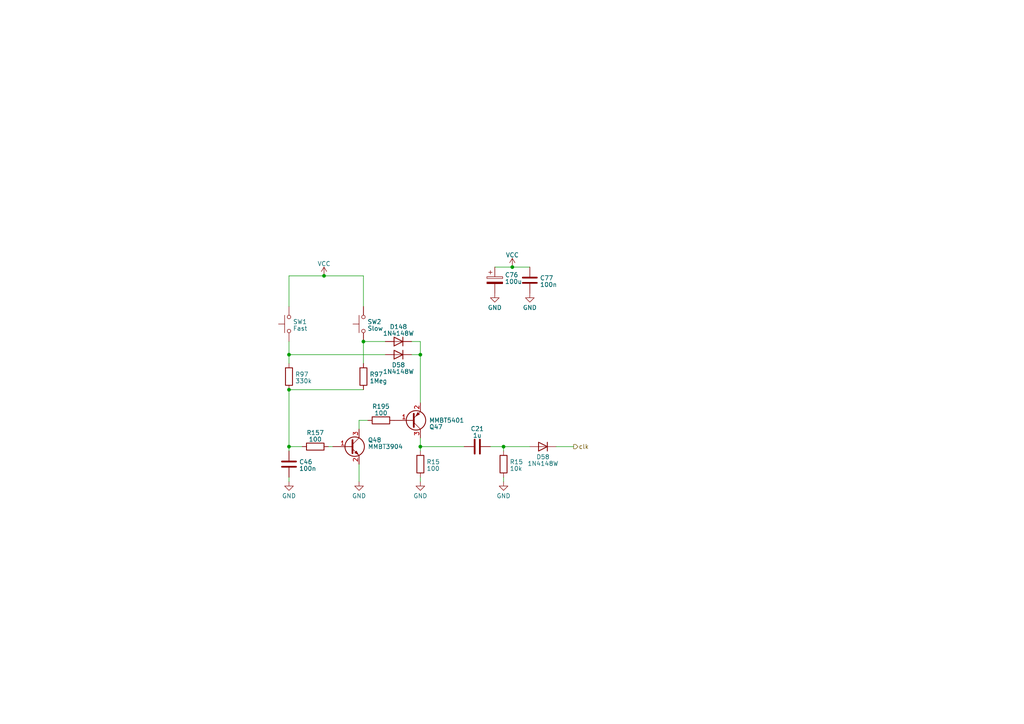
<source format=kicad_sch>
(kicad_sch (version 20230121) (generator eeschema)
  (paper "A4")
  (lib_symbols
    (symbol "Device:C" (pin_numbers hide) (pin_names (offset 0.254))
      (property "Reference" "C" (at 0.635 2.54 0))
      (property "Value" "C" (at 0.635 -2.54 0))
      (symbol "C_0_1"
        (polyline (pts (xy -2.032 -0.762) (xy 2.032 -0.762)) (stroke (width 0.508)))
        (polyline (pts (xy -2.032 0.762) (xy 2.032 0.762)) (stroke (width 0.508)))
      )
      (symbol "C_1_1"
        (pin passive line (at 0 3.81 270) (length 2.794) (name "~") (number "1"))
        (pin passive line (at 0 -3.81 90) (length 2.794) (name "~") (number "2"))
      )
    )
    (symbol "Device:C_Polarized" (pin_numbers hide) (pin_names (offset 0.254))
      (property "Reference" "C" (at 0.635 2.54 0))
      (property "Value" "C_Polarized" (at 0.635 -2.54 0))
      (symbol "C_Polarized_0_1"
        (rectangle (start -2.286 0.508) (end 2.286 1.016))
        (polyline (pts (xy -1.778 2.286) (xy -0.762 2.286)))
        (polyline (pts (xy -1.27 2.794) (xy -1.27 1.778)))
        (rectangle (start 2.286 -0.508) (end -2.286 -1.016) (fill (type outline)))
      )
      (symbol "C_Polarized_1_1"
        (pin passive line (at 0 3.81 270) (length 2.794) (name "~") (number "1"))
        (pin passive line (at 0 -3.81 90) (length 2.794) (name "~") (number "2"))
      )
    )
    (symbol "Device:D" (pin_numbers hide) (pin_names (offset 1.016) hide)
      (property "Reference" "D" (at 0 2.54 0))
      (property "Value" "D" (at 0 -2.54 0))
      (symbol "D_0_1"
        (polyline (pts (xy -1.27 1.27) (xy -1.27 -1.27)) (stroke (width 0.254)))
        (polyline (pts (xy 1.27 0) (xy -1.27 0)))
        (polyline (pts (xy 1.27 1.27) (xy 1.27 -1.27) (xy -1.27 0) (xy 1.27 1.27)) (stroke (width 0.254)))
      )
      (symbol "D_1_1"
        (pin passive line (at -3.81 0 0) (length 2.54) (name "K") (number "1"))
        (pin passive line (at 3.81 0 180) (length 2.54) (name "A") (number "2"))
      )
    )
    (symbol "Device:R" (pin_numbers hide) (pin_names (offset 0))
      (property "Reference" "R" (at 2.032 0 90))
      (property "Value" "R" (at 0 0 90))
      (symbol "R_0_1"
        (rectangle (start -1.016 -2.54) (end 1.016 2.54) (stroke (width 0.254)))
      )
      (symbol "R_1_1"
        (pin passive line (at 0 3.81 270) (length 1.27) (name "~") (number "1"))
        (pin passive line (at 0 -3.81 90) (length 1.27) (name "~") (number "2"))
      )
    )
    (symbol "Switch:SW_Push" (pin_numbers hide) (pin_names (offset 1.016) hide)
      (property "Reference" "SW" (at 1.27 2.54 0))
      (property "Value" "SW_Push" (at 0 -1.524 0))
      (symbol "SW_Push_0_1"
        (circle (center -2.032 0) (radius 0.508))
        (polyline (pts (xy 0 1.27) (xy 0 3.048)))
        (polyline (pts (xy 2.54 1.27) (xy -2.54 1.27)))
        (circle (center 2.032 0) (radius 0.508))
        (pin passive line (at -5.08 0 0) (length 2.54) (name "1") (number "1"))
        (pin passive line (at 5.08 0 180) (length 2.54) (name "2") (number "2"))
      )
    )
    (symbol "Transistor_BJT:MMBT3904" (pin_names (offset 0) hide)
      (property "Reference" "Q" (at 5.08 1.905 0))
      (property "Value" "MMBT3904" (at 5.08 0 0))
      (symbol "MMBT3904_0_1"
        (polyline (pts (xy 0.635 0.635) (xy 2.54 2.54)))
        (polyline (pts (xy 0.635 -0.635) (xy 2.54 -2.54) (xy 2.54 -2.54)))
        (polyline (pts (xy 0.635 1.905) (xy 0.635 -1.905) (xy 0.635 -1.905)) (stroke (width 0.508)))
        (polyline (pts (xy 1.27 -1.778) (xy 1.778 -1.27) (xy 2.286 -2.286) (xy 1.27 -1.778) (xy 1.27 -1.778)) (fill (type outline)))
        (circle (center 1.27 0) (radius 2.8194) (stroke (width 0.254)))
      )
      (symbol "MMBT3904_1_1"
        (pin input line (at -5.08 0 0) (length 5.715) (name "B") (number "1"))
        (pin passive line (at 2.54 -5.08 90) (length 2.54) (name "E") (number "2"))
        (pin passive line (at 2.54 5.08 270) (length 2.54) (name "C") (number "3"))
      )
    )
    (symbol "Transistor_BJT:MMBT3906" (pin_names (offset 0) hide)
      (property "Reference" "Q" (at 5.08 1.905 0))
      (property "Value" "MMBT3906" (at 5.08 0 0))
      (symbol "MMBT3906_0_1"
        (polyline (pts (xy 0.635 0.635) (xy 2.54 2.54)))
        (polyline (pts (xy 0.635 -0.635) (xy 2.54 -2.54) (xy 2.54 -2.54)))
        (polyline (pts (xy 0.635 1.905) (xy 0.635 -1.905) (xy 0.635 -1.905)) (stroke (width 0.508)))
        (polyline (pts (xy 2.286 -1.778) (xy 1.778 -2.286) (xy 1.27 -1.27) (xy 2.286 -1.778) (xy 2.286 -1.778)) (fill (type outline)))
        (circle (center 1.27 0) (radius 2.8194) (stroke (width 0.254)))
      )
      (symbol "MMBT3906_1_1"
        (pin input line (at -5.08 0 0) (length 5.715) (name "B") (number "1"))
        (pin passive line (at 2.54 -5.08 90) (length 2.54) (name "E") (number "2"))
        (pin passive line (at 2.54 5.08 270) (length 2.54) (name "C") (number "3"))
      )
    )
    (symbol "power:GND" (power) (pin_names (offset 0))
      (property "Value" "GND" (at 0 -3.81 0))
      (symbol "GND_0_1"
        (polyline (pts (xy 0 0) (xy 0 -1.27) (xy 1.27 -1.27) (xy 0 -2.54) (xy -1.27 -1.27) (xy 0 -1.27)))
      )
      (symbol "GND_1_1"
        (pin power_in line (at 0 0 270) (length 0) hide (name "GND") (number "1"))
      )
    )
    (symbol "power:VCC" (power) (pin_names (offset 0))
      (property "Value" "VCC" (at 0 3.81 0))
      (symbol "VCC_0_1"
        (polyline (pts (xy -0.762 1.27) (xy 0 2.54)))
        (polyline (pts (xy 0 0) (xy 0 2.54)))
        (polyline (pts (xy 0 2.54) (xy 0.762 1.27)))
      )
      (symbol "VCC_1_1"
        (pin power_in line (at 0 0 90) (length 0) hide (name "VCC") (number "1"))
      )
    )
  )
  (junction (at 83.82 102.87))
  (junction (at 121.92 102.87))
  (junction (at 146.05 129.54))
  (junction (at 93.98 80.01))
  (junction (at 105.41 99.06))
  (junction (at 83.82 113.03))
  (junction (at 121.92 129.54))
  (junction (at 148.59 77.47))
  (junction (at 83.82 129.54))
  (wire (pts (xy 146.05 138.43) (xy 146.05 139.7)))
  (wire (pts (xy 83.82 113.03) (xy 83.82 129.54)))
  (wire (pts (xy 105.41 99.06) (xy 111.76 99.06)))
  (wire (pts (xy 83.82 113.03) (xy 105.41 113.03)))
  (wire (pts (xy 87.63 129.54) (xy 83.82 129.54)))
  (wire (pts (xy 121.92 99.06) (xy 119.38 99.06)))
  (wire (pts (xy 121.92 99.06) (xy 121.92 102.87)))
  (wire (pts (xy 146.05 129.54) (xy 142.24 129.54)))
  (wire (pts (xy 121.92 116.84) (xy 121.92 102.87)))
  (wire (pts (xy 83.82 99.06) (xy 83.82 102.87)))
  (wire (pts (xy 121.92 138.43) (xy 121.92 139.7)))
  (wire (pts (xy 106.68 121.92) (xy 104.14 121.92)))
  (wire (pts (xy 121.92 129.54) (xy 121.92 127)))
  (wire (pts (xy 83.82 80.01) (xy 93.98 80.01)))
  (wire (pts (xy 83.82 102.87) (xy 111.76 102.87)))
  (wire (pts (xy 105.41 99.06) (xy 105.41 105.41)))
  (wire (pts (xy 83.82 88.9) (xy 83.82 80.01)))
  (wire (pts (xy 93.98 80.01) (xy 105.41 80.01)))
  (wire (pts (xy 148.59 77.47) (xy 153.67 77.47)))
  (wire (pts (xy 143.51 77.47) (xy 148.59 77.47)))
  (wire (pts (xy 83.82 138.43) (xy 83.82 139.7)))
  (wire (pts (xy 104.14 121.92) (xy 104.14 124.46)))
  (wire (pts (xy 121.92 129.54) (xy 134.62 129.54)))
  (wire (pts (xy 83.82 129.54) (xy 83.82 130.81)))
  (wire (pts (xy 105.41 80.01) (xy 105.41 88.9)))
  (wire (pts (xy 104.14 139.7) (xy 104.14 134.62)))
  (wire (pts (xy 146.05 130.81) (xy 146.05 129.54)))
  (wire (pts (xy 83.82 102.87) (xy 83.82 105.41)))
  (wire (pts (xy 121.92 130.81) (xy 121.92 129.54)))
  (wire (pts (xy 96.52 129.54) (xy 95.25 129.54)))
  (wire (pts (xy 153.67 129.54) (xy 146.05 129.54)))
  (wire (pts (xy 121.92 102.87) (xy 119.38 102.87)))
  (wire (pts (xy 166.37 129.54) (xy 161.29 129.54)))
  (hierarchical_label "clk" (shape output) (at 166.37 129.54 0))
  (symbol (lib_id "Device:R") (at 105.41 109.22 180) (unit 1)
    (property "Reference" "R97" (at 107.188 108.5763 0) (effects (justify right)))
    (property "Value" "1Meg" (at 107.188 110.4973 0) (effects (justify right)))
    (property "Footprint" "Resistor_SMD:R_0603_1608Metric" (effects hide))
    (instances (project "transistor_clock" (path "" (reference "R97") (unit 1)) (path "" (reference "R35") (unit 1)) (path "" (reference "R39") (unit 1)) (path "" (reference "R77") (unit 1)) (path "" (reference "R89") (unit 1)) (path "" (reference "R169") (unit 1)) (path "" (reference "R175") (unit 1)) (path "" (reference "R63") (unit 1)) (path "" (reference "R103") (unit 1)) (path "" (reference "R107") (unit 1)) (path "" (reference "R137") (unit 1)) (path "" (reference "R207") (unit 1)) (path "" (reference "R31") (unit 1)) (path "" (reference "R199") (unit 1)) (path "" (reference "R179") (unit 1)) (path "" (reference "R221") (unit 1)) (path "" (reference "R229") (unit 1)) (path "" (reference "R310") (unit 1)) (path "" (reference "R113") (unit 1)) (path "" (reference "R141") (unit 1)) (path "" (reference "R71") (unit 1)) (path "" (reference "R23") (unit 1)) (path "" (reference "R147") (unit 1)) (path "" (reference "R165") (unit 1)) (path "" (reference "R299") (unit 1)) (path "" (reference "R191") (unit 1)) (path "" (reference "R279") (unit 1)) (path "" (reference "R151") (unit 1)) (path "" (reference "R183") (unit 1)) (path "" (reference "R123") (unit 1)) (path "" (reference "R268") (unit 1)) (path "" (reference "R267") (unit 1)) (path "" (reference "R263") (unit 1)) (path "" (reference "R83") (unit 1)) (path "" (reference "R259") (unit 1)) (path "" (reference "R255") (unit 1)) (path "" (reference "R283") (unit 1)) (path "" (reference "R295") (unit 1)) (path "" (reference "R291") (unit 1)) (path "" (reference "R275") (unit 1)) (path "" (reference "R287") (unit 1)) (path "" (reference "R271") (unit 1)) (path "" (reference "R195") (unit 1)) (path "" (reference "R15") (unit 1)) (path "" (reference "R157") (unit 1)) (path "" (reference "R217") (unit 1)) (path "" (reference "R225") (unit 1)) (path "" (reference "R27") (unit 1))))
  )
  (symbol (lib_id "power:VCC") (at 93.98 80.01 0) (unit 1)
    (property "Reference" "#PWR022" (effects hide))
    (property "Value" "VCC" (at 93.98 76.5081 0))
    (instances (project "transistor_clock" (path "" (reference "#PWR022") (unit 1)) (path "" (reference "#PWR0114") (unit 1)) (path "" (reference "#PWR0133") (unit 1)) (path "" (reference "#PWR0164") (unit 1)) (path "" (reference "#PWR0191") (unit 1)) (path "" (reference "#PWR0202") (unit 1)) (path "" (reference "#PWR0214") (unit 1)) (path "" (reference "#PWR0243") (unit 1)) (path "" (reference "#PWR0268") (unit 1))))
  )
  (symbol (lib_id "power:GND") (at 83.82 139.7 0) (unit 1)
    (property "Reference" "#PWR0179" (effects hide))
    (property "Value" "GND" (at 83.82 143.8355 0))
    (instances (project "transistor_clock" (path "" (reference "#PWR0179") (unit 1)) (path "" (reference "#PWR0144") (unit 1)) (path "" (reference "#PWR0108") (unit 1)) (path "" (reference "#PWR0107") (unit 1)) (path "" (reference "#PWR0125") (unit 1)) (path "" (reference "#PWR0168") (unit 1)) (path "" (reference "#PWR0150") (unit 1)) (path "" (reference "#PWR0229") (unit 1)) (path "" (reference "#PWR0178") (unit 1)) (path "" (reference "#PWR0230") (unit 1)) (path "" (reference "#PWR0228") (unit 1)) (path "" (reference "#PWR023") (unit 1)) (path "" (reference "#PWR0187") (unit 1)) (path "" (reference "#PWR0227") (unit 1)) (path "" (reference "#PWR0231") (unit 1)) (path "" (reference "#PWR0232") (unit 1)) (path "" (reference "#PWR0233") (unit 1)) (path "" (reference "#PWR0234") (unit 1)) (path "" (reference "#PWR0235") (unit 1)) (path "" (reference "#PWR0224") (unit 1)) (path "" (reference "#PWR0225") (unit 1)) (path "" (reference "#PWR089") (unit 1)) (path "" (reference "#PWR0226") (unit 1)) (path "" (reference "#PWR0267") (unit 1)) (path "" (reference "#PWR0149") (unit 1)) (path "" (reference "#PWR074") (unit 1)) (path "" (reference "#PWR0166") (unit 1)) (path "" (reference "#PWR0197") (unit 1)) (path "" (reference "#PWR0161") (unit 1)) (path "" (reference "#PWR093") (unit 1)) (path "" (reference "#PWR085") (unit 1)) (path "" (reference "#PWR040") (unit 1)) (path "" (reference "#PWR039") (unit 1)) (path "" (reference "#PWR038") (unit 1)) (path "" (reference "#PWR037") (unit 1)) (path "" (reference "#PWR0199") (unit 1)) (path "" (reference "#PWR0154") (unit 1)) (path "" (reference "#PWR036") (unit 1)) (path "" (reference "#PWR081") (unit 1)) (path "" (reference "#PWR0145") (unit 1)) (path "" (reference "#PWR0112") (unit 1)) (path "" (reference "#PWR0244") (unit 1)) (path "" (reference "#PWR0200") (unit 1)) (path "" (reference "#PWR0198") (unit 1)) (path "" (reference "#PWR0167") (unit 1)) (path "" (reference "#PWR0162") (unit 1)) (path "" (reference "#PWR0180") (unit 1)) (path "" (reference "#PWR0103") (unit 1))))
  )
  (symbol (lib_id "power:GND") (at 121.92 139.7 0) (unit 1)
    (property "Reference" "#PWR0103" (effects hide))
    (property "Value" "GND" (at 121.92 143.8355 0))
    (instances (project "transistor_clock" (path "" (reference "#PWR0103") (unit 1)) (path "" (reference "#PWR040") (unit 1)) (path "" (reference "#PWR085") (unit 1)) (path "" (reference "#PWR093") (unit 1)) (path "" (reference "#PWR0197") (unit 1)) (path "" (reference "#PWR0166") (unit 1)) (path "" (reference "#PWR074") (unit 1)) (path "" (reference "#PWR0180") (unit 1)) (path "" (reference "#PWR0107") (unit 1)) (path "" (reference "#PWR0108") (unit 1)) (path "" (reference "#PWR0144") (unit 1)) (path "" (reference "#PWR0187") (unit 1)) (path "" (reference "#PWR039") (unit 1)) (path "" (reference "#PWR0154") (unit 1)) (path "" (reference "#PWR0162") (unit 1)) (path "" (reference "#PWR0167") (unit 1)) (path "" (reference "#PWR0198") (unit 1)) (path "" (reference "#PWR0200") (unit 1)) (path "" (reference "#PWR0244") (unit 1)) (path "" (reference "#PWR0112") (unit 1)) (path "" (reference "#PWR0145") (unit 1)) (path "" (reference "#PWR081") (unit 1)) (path "" (reference "#PWR036") (unit 1)) (path "" (reference "#PWR0149") (unit 1)) (path "" (reference "#PWR0224") (unit 1)) (path "" (reference "#PWR0178") (unit 1)) (path "" (reference "#PWR0228") (unit 1)) (path "" (reference "#PWR0229") (unit 1)) (path "" (reference "#PWR0150") (unit 1)) (path "" (reference "#PWR0168") (unit 1)) (path "" (reference "#PWR0125") (unit 1)) (path "" (reference "#PWR0231") (unit 1)) (path "" (reference "#PWR0270") (unit 1)) (path "" (reference "#PWR0226") (unit 1)) (path "" (reference "#PWR089") (unit 1)) (path "" (reference "#PWR0225") (unit 1)) (path "" (reference "#PWR0230") (unit 1)) (path "" (reference "#PWR0235") (unit 1)) (path "" (reference "#PWR0234") (unit 1)) (path "" (reference "#PWR0233") (unit 1)) (path "" (reference "#PWR0232") (unit 1)) (path "" (reference "#PWR0227") (unit 1)) (path "" (reference "#PWR0179") (unit 1)) (path "" (reference "#PWR023") (unit 1)) (path "" (reference "#PWR0161") (unit 1)) (path "" (reference "#PWR0199") (unit 1)) (path "" (reference "#PWR037") (unit 1)) (path "" (reference "#PWR038") (unit 1))))
  )
  (symbol (lib_id "Device:C") (at 153.67 81.28 180) (unit 1)
    (property "Reference" "C77" (at 156.591 80.6363 0) (effects (justify right)))
    (property "Value" "100n" (at 156.591 82.5573 0) (effects (justify right)))
    (property "Footprint" "Capacitor_SMD:C_0603_1608Metric" (effects hide))
    (instances (project "transistor_clock" (path "" (reference "C77") (unit 1)) (path "" (reference "C54") (unit 1)) (path "" (reference "C1") (unit 1)) (path "" (reference "C51") (unit 1)) (path "" (reference "C84") (unit 1)) (path "" (reference "C33") (unit 1)) (path "" (reference "C2") (unit 1)) (path "" (reference "C46") (unit 1))))
  )
  (symbol (lib_id "Device:C") (at 138.43 129.54 270) (unit 1)
    (property "Reference" "C21" (at 138.43 124.3711 90))
    (property "Value" "1u" (at 138.43 126.2921 90))
    (property "Footprint" "Capacitor_SMD:C_0603_1608Metric" (effects hide))
    (instances (project "transistor_clock" (path "" (reference "C21") (unit 1)) (path "" (reference "C9") (unit 1)) (path "" (reference "C15") (unit 1)) (path "" (reference "C17") (unit 1)) (path "" (reference "C45") (unit 1)) (path "" (reference "C39") (unit 1)) (path "" (reference "C13") (unit 1)) (path "" (reference "C34") (unit 1)) (path "" (reference "C22") (unit 1)) (path "" (reference "C23") (unit 1)) (path "" (reference "C32") (unit 1)) (path "" (reference "C48") (unit 1)) (path "" (reference "C8") (unit 1)) (path "" (reference "C5") (unit 1)) (path "" (reference "C37") (unit 1)) (path "" (reference "C36") (unit 1)) (path "" (reference "C38") (unit 1)) (path "" (reference "C40") (unit 1)) (path "" (reference "C50") (unit 1)) (path "" (reference "C52") (unit 1)) (path "" (reference "C71") (unit 1)) (path "" (reference "C24") (unit 1)) (path "" (reference "C33") (unit 1)) (path "" (reference "C14") (unit 1)) (path "" (reference "C66") (unit 1)) (path "" (reference "C41") (unit 1)) (path "" (reference "C60") (unit 1)) (path "" (reference "C35") (unit 1)) (path "" (reference "C1") (unit 1)) (path "" (reference "C47") (unit 1)) (path "" (reference "C28") (unit 1)) (path "" (reference "C82") (unit 1)) (path "" (reference "C16") (unit 1)) (path "" (reference "C57") (unit 1)) (path "" (reference "C56") (unit 1)) (path "" (reference "C67") (unit 1)) (path "" (reference "C61") (unit 1)) (path "" (reference "C65") (unit 1)) (path "" (reference "C64") (unit 1)) (path "" (reference "C63") (unit 1)) (path "" (reference "C59") (unit 1)) (path "" (reference "C62") (unit 1)) (path "" (reference "C58") (unit 1)) (path "" (reference "C46") (unit 1)) (path "" (reference "C49") (unit 1)) (path "" (reference "C51") (unit 1)) (path "" (reference "C6") (unit 1)) (path "" (reference "C7") (unit 1))))
  )
  (symbol (lib_id "Switch:SW_Push") (at 105.41 93.98 90) (unit 1)
    (property "Reference" "SW2" (at 106.553 93.3363 90) (effects (justify right)))
    (property "Value" "Slow" (at 106.553 95.2573 90) (effects (justify right)))
    (property "Footprint" "footprints:SW_PUSH_6mm_2pins" (effects hide))
    (property "Assembly" "False" (effects hide))
  )
  (symbol (lib_id "Device:R") (at 83.82 109.22 180) (unit 1)
    (property "Reference" "R97" (at 85.598 108.5763 0) (effects (justify right)))
    (property "Value" "330k" (at 85.598 110.4973 0) (effects (justify right)))
    (property "Footprint" "Resistor_SMD:R_0603_1608Metric" (effects hide))
    (instances (project "transistor_clock" (path "" (reference "R97") (unit 1)) (path "" (reference "R35") (unit 1)) (path "" (reference "R39") (unit 1)) (path "" (reference "R77") (unit 1)) (path "" (reference "R89") (unit 1)) (path "" (reference "R169") (unit 1)) (path "" (reference "R175") (unit 1)) (path "" (reference "R63") (unit 1)) (path "" (reference "R103") (unit 1)) (path "" (reference "R107") (unit 1)) (path "" (reference "R137") (unit 1)) (path "" (reference "R207") (unit 1)) (path "" (reference "R31") (unit 1)) (path "" (reference "R199") (unit 1)) (path "" (reference "R179") (unit 1)) (path "" (reference "R221") (unit 1)) (path "" (reference "R229") (unit 1)) (path "" (reference "R310") (unit 1)) (path "" (reference "R113") (unit 1)) (path "" (reference "R141") (unit 1)) (path "" (reference "R71") (unit 1)) (path "" (reference "R23") (unit 1)) (path "" (reference "R147") (unit 1)) (path "" (reference "R165") (unit 1)) (path "" (reference "R299") (unit 1)) (path "" (reference "R191") (unit 1)) (path "" (reference "R279") (unit 1)) (path "" (reference "R151") (unit 1)) (path "" (reference "R183") (unit 1)) (path "" (reference "R123") (unit 1)) (path "" (reference "R266") (unit 1)) (path "" (reference "R267") (unit 1)) (path "" (reference "R263") (unit 1)) (path "" (reference "R83") (unit 1)) (path "" (reference "R259") (unit 1)) (path "" (reference "R255") (unit 1)) (path "" (reference "R283") (unit 1)) (path "" (reference "R295") (unit 1)) (path "" (reference "R291") (unit 1)) (path "" (reference "R275") (unit 1)) (path "" (reference "R287") (unit 1)) (path "" (reference "R271") (unit 1)) (path "" (reference "R195") (unit 1)) (path "" (reference "R15") (unit 1)) (path "" (reference "R157") (unit 1)) (path "" (reference "R217") (unit 1)) (path "" (reference "R225") (unit 1)) (path "" (reference "R27") (unit 1))))
  )
  (symbol (lib_id "Device:D") (at 157.48 129.54 180) (unit 1)
    (property "Reference" "D58" (at 157.48 132.5325 0))
    (property "Value" "1N4148W" (at 157.48 134.4535 0))
    (property "Footprint" "Diode_SMD:D_SOD-123" (effects hide))
    (property "Sim.Device" "D" (effects hide))
    (property "Sim.Pins" "1=K 2=A" (effects hide))
    (property "Assembly" "True" (effects hide))
    (property "LCSC_PN" "C81598" (effects hide))
    (property "Price" "0.0061" (effects hide))
    (instances (project "transistor_clock" (path "" (reference "D58") (unit 1)) (path "" (reference "D132") (unit 1)) (path "" (reference "D136") (unit 1)) (path "" (reference "D269") (unit 1)) (path "" (reference "D264") (unit 1)) (path "" (reference "D127") (unit 1)) (path "" (reference "D258") (unit 1)) (path "" (reference "D141") (unit 1)) (path "" (reference "D142") (unit 1)) (path "" (reference "D252") (unit 1)) (path "" (reference "D281") (unit 1)) (path "" (reference "D139") (unit 1)) (path "" (reference "D62") (unit 1)) (path "" (reference "D261") (unit 1)) (path "" (reference "D262") (unit 1)) (path "" (reference "D265") (unit 1)) (path "" (reference "D286") (unit 1)) (path "" (reference "D288") (unit 1)) (path "" (reference "D312") (unit 1)) (path "" (reference "D144") (unit 1)) (path "" (reference "D253") (unit 1)) (path "" (reference "D130") (unit 1)) (path "" (reference "D255") (unit 1)) (path "" (reference "D303") (unit 1)) (path "" (reference "D305") (unit 1)) (path "" (reference "D266") (unit 1)) (path "" (reference "D298") (unit 1)) (path "" (reference "D256") (unit 1)) (path "" (reference "D22") (unit 1)) (path "" (reference "D278") (unit 1)) (path "" (reference "D299") (unit 1)) (path "" (reference "D134") (unit 1)) (path "" (reference "D297") (unit 1)) (path "" (reference "D296") (unit 1)) (path "" (reference "D307") (unit 1)) (path "" (reference "D306") (unit 1)) (path "" (reference "D301") (unit 1)) (path "" (reference "D304") (unit 1)) (path "" (reference "D303") (unit 1)) (path "" (reference "D302") (unit 1)) (path "" (reference "D300") (unit 1)) (path "" (reference "D277") (unit 1)) (path "" (reference "D148") (unit 1)) (path "" (reference "D285") (unit 1)) (path "" (reference "D287") (unit 1)) (path "" (reference "D59") (unit 1)) (path "" (reference "D60") (unit 1)) (path "" (reference "D61") (unit 1))))
  )
  (symbol (lib_id "Device:R") (at 91.44 129.54 90) (unit 1)
    (property "Reference" "R157" (at 91.44 125.5141 90))
    (property "Value" "100" (at 91.44 127.4351 90))
    (property "Footprint" "Resistor_SMD:R_0603_1608Metric" (effects hide))
    (instances (project "transistor_clock" (path "" (reference "R157") (unit 1)) (path "" (reference "R39") (unit 1)) (path "" (reference "R77") (unit 1)) (path "" (reference "R89") (unit 1)) (path "" (reference "R175") (unit 1)) (path "" (reference "R63") (unit 1)) (path "" (reference "R103") (unit 1)) (path "" (reference "R107") (unit 1)) (path "" (reference "R137") (unit 1)) (path "" (reference "R207") (unit 1)) (path "" (reference "R97") (unit 1)) (path "" (reference "R199") (unit 1)) (path "" (reference "R35") (unit 1)) (path "" (reference "R169") (unit 1)) (path "" (reference "R179") (unit 1)) (path "" (reference "R221") (unit 1)) (path "" (reference "R229") (unit 1)) (path "" (reference "R310") (unit 1)) (path "" (reference "R113") (unit 1)) (path "" (reference "R141") (unit 1)) (path "" (reference "R71") (unit 1)) (path "" (reference "R23") (unit 1)) (path "" (reference "R147") (unit 1)) (path "" (reference "R165") (unit 1)) (path "" (reference "R259") (unit 1)) (path "" (reference "R191") (unit 1)) (path "" (reference "R275") (unit 1)) (path "" (reference "R279") (unit 1)) (path "" (reference "R151") (unit 1)) (path "" (reference "R183") (unit 1)) (path "" (reference "R123") (unit 1)) (path "" (reference "R287") (unit 1)) (path "" (reference "R267") (unit 1)) (path "" (reference "R267") (unit 1)) (path "" (reference "R263") (unit 1)) (path "" (reference "R83") (unit 1)) (path "" (reference "R283") (unit 1)) (path "" (reference "R255") (unit 1)) (path "" (reference "R299") (unit 1)) (path "" (reference "R295") (unit 1)) (path "" (reference "R291") (unit 1)) (path "" (reference "R271") (unit 1)) (path "" (reference "R195") (unit 1)) (path "" (reference "R15") (unit 1)) (path "" (reference "R217") (unit 1)) (path "" (reference "R225") (unit 1)) (path "" (reference "R27") (unit 1)) (path "" (reference "R31") (unit 1))))
  )
  (symbol (lib_id "Device:C") (at 83.82 134.62 180) (unit 1)
    (property "Reference" "C46" (at 86.741 133.9763 0) (effects (justify right)))
    (property "Value" "100n" (at 86.741 135.8973 0) (effects (justify right)))
    (property "Footprint" "Capacitor_SMD:C_0603_1608Metric" (effects hide))
    (instances (project "transistor_clock" (path "" (reference "C46") (unit 1)) (path "" (reference "C32") (unit 1)) (path "" (reference "C23") (unit 1)) (path "" (reference "C22") (unit 1)) (path "" (reference "C47") (unit 1)) (path "" (reference "C1") (unit 1)) (path "" (reference "C35") (unit 1)) (path "" (reference "C60") (unit 1)) (path "" (reference "C28") (unit 1)) (path "" (reference "C41") (unit 1)) (path "" (reference "C61") (unit 1)) (path "" (reference "C59") (unit 1)) (path "" (reference "C48") (unit 1)) (path "" (reference "C58") (unit 1)) (path "" (reference "C62") (unit 1)) (path "" (reference "C63") (unit 1)) (path "" (reference "C64") (unit 1)) (path "" (reference "C65") (unit 1)) (path "" (reference "C66") (unit 1)) (path "" (reference "C67") (unit 1)) (path "" (reference "C56") (unit 1)) (path "" (reference "C57") (unit 1)) (path "" (reference "C16") (unit 1)) (path "" (reference "C81") (unit 1)) (path "" (reference "C37") (unit 1)) (path "" (reference "C39") (unit 1)) (path "" (reference "C45") (unit 1)) (path "" (reference "C34") (unit 1)) (path "" (reference "C17") (unit 1)) (path "" (reference "C15") (unit 1)) (path "" (reference "C9") (unit 1)) (path "" (reference "C8") (unit 1)) (path "" (reference "C7") (unit 1)) (path "" (reference "C6") (unit 1)) (path "" (reference "C51") (unit 1)) (path "" (reference "C49") (unit 1)) (path "" (reference "C13") (unit 1)) (path "" (reference "C14") (unit 1)) (path "" (reference "C33") (unit 1)) (path "" (reference "C24") (unit 1)) (path "" (reference "C71") (unit 1)) (path "" (reference "C52") (unit 1)) (path "" (reference "C50") (unit 1)) (path "" (reference "C40") (unit 1)) (path "" (reference "C38") (unit 1)) (path "" (reference "C36") (unit 1)) (path "" (reference "C5") (unit 1)) (path "" (reference "C21") (unit 1))))
  )
  (symbol (lib_id "power:GND") (at 146.05 139.7 0) (unit 1)
    (property "Reference" "#PWR0103" (effects hide))
    (property "Value" "GND" (at 146.05 143.8355 0))
    (instances (project "transistor_clock" (path "" (reference "#PWR0103") (unit 1)) (path "" (reference "#PWR040") (unit 1)) (path "" (reference "#PWR085") (unit 1)) (path "" (reference "#PWR093") (unit 1)) (path "" (reference "#PWR0197") (unit 1)) (path "" (reference "#PWR0166") (unit 1)) (path "" (reference "#PWR074") (unit 1)) (path "" (reference "#PWR0180") (unit 1)) (path "" (reference "#PWR0107") (unit 1)) (path "" (reference "#PWR0108") (unit 1)) (path "" (reference "#PWR0144") (unit 1)) (path "" (reference "#PWR0187") (unit 1)) (path "" (reference "#PWR039") (unit 1)) (path "" (reference "#PWR0154") (unit 1)) (path "" (reference "#PWR0162") (unit 1)) (path "" (reference "#PWR0167") (unit 1)) (path "" (reference "#PWR0198") (unit 1)) (path "" (reference "#PWR0200") (unit 1)) (path "" (reference "#PWR0244") (unit 1)) (path "" (reference "#PWR0112") (unit 1)) (path "" (reference "#PWR0145") (unit 1)) (path "" (reference "#PWR081") (unit 1)) (path "" (reference "#PWR036") (unit 1)) (path "" (reference "#PWR0149") (unit 1)) (path "" (reference "#PWR0224") (unit 1)) (path "" (reference "#PWR0178") (unit 1)) (path "" (reference "#PWR0228") (unit 1)) (path "" (reference "#PWR0229") (unit 1)) (path "" (reference "#PWR0150") (unit 1)) (path "" (reference "#PWR0168") (unit 1)) (path "" (reference "#PWR0125") (unit 1)) (path "" (reference "#PWR0231") (unit 1)) (path "" (reference "#PWR0272") (unit 1)) (path "" (reference "#PWR0226") (unit 1)) (path "" (reference "#PWR089") (unit 1)) (path "" (reference "#PWR0225") (unit 1)) (path "" (reference "#PWR0230") (unit 1)) (path "" (reference "#PWR0235") (unit 1)) (path "" (reference "#PWR0234") (unit 1)) (path "" (reference "#PWR0233") (unit 1)) (path "" (reference "#PWR0232") (unit 1)) (path "" (reference "#PWR0227") (unit 1)) (path "" (reference "#PWR0179") (unit 1)) (path "" (reference "#PWR023") (unit 1)) (path "" (reference "#PWR0161") (unit 1)) (path "" (reference "#PWR0199") (unit 1)) (path "" (reference "#PWR037") (unit 1)) (path "" (reference "#PWR038") (unit 1))))
  )
  (symbol (lib_id "power:GND") (at 104.14 139.7 0) (unit 1)
    (property "Reference" "#PWR0179" (effects hide))
    (property "Value" "GND" (at 104.14 143.8355 0))
    (instances (project "transistor_clock" (path "" (reference "#PWR0179") (unit 1)) (path "" (reference "#PWR0144") (unit 1)) (path "" (reference "#PWR0108") (unit 1)) (path "" (reference "#PWR0107") (unit 1)) (path "" (reference "#PWR0125") (unit 1)) (path "" (reference "#PWR0168") (unit 1)) (path "" (reference "#PWR0150") (unit 1)) (path "" (reference "#PWR0229") (unit 1)) (path "" (reference "#PWR0178") (unit 1)) (path "" (reference "#PWR0230") (unit 1)) (path "" (reference "#PWR0228") (unit 1)) (path "" (reference "#PWR023") (unit 1)) (path "" (reference "#PWR0187") (unit 1)) (path "" (reference "#PWR0227") (unit 1)) (path "" (reference "#PWR0231") (unit 1)) (path "" (reference "#PWR0232") (unit 1)) (path "" (reference "#PWR0233") (unit 1)) (path "" (reference "#PWR0234") (unit 1)) (path "" (reference "#PWR0235") (unit 1)) (path "" (reference "#PWR0224") (unit 1)) (path "" (reference "#PWR0225") (unit 1)) (path "" (reference "#PWR089") (unit 1)) (path "" (reference "#PWR0226") (unit 1)) (path "" (reference "#PWR0269") (unit 1)) (path "" (reference "#PWR0149") (unit 1)) (path "" (reference "#PWR074") (unit 1)) (path "" (reference "#PWR0166") (unit 1)) (path "" (reference "#PWR0197") (unit 1)) (path "" (reference "#PWR0161") (unit 1)) (path "" (reference "#PWR093") (unit 1)) (path "" (reference "#PWR085") (unit 1)) (path "" (reference "#PWR040") (unit 1)) (path "" (reference "#PWR039") (unit 1)) (path "" (reference "#PWR038") (unit 1)) (path "" (reference "#PWR037") (unit 1)) (path "" (reference "#PWR0199") (unit 1)) (path "" (reference "#PWR0154") (unit 1)) (path "" (reference "#PWR036") (unit 1)) (path "" (reference "#PWR081") (unit 1)) (path "" (reference "#PWR0145") (unit 1)) (path "" (reference "#PWR0112") (unit 1)) (path "" (reference "#PWR0244") (unit 1)) (path "" (reference "#PWR0200") (unit 1)) (path "" (reference "#PWR0198") (unit 1)) (path "" (reference "#PWR0167") (unit 1)) (path "" (reference "#PWR0162") (unit 1)) (path "" (reference "#PWR0180") (unit 1)) (path "" (reference "#PWR0103") (unit 1))))
  )
  (symbol (lib_id "Transistor_BJT:MMBT3904") (at 101.6 129.54 0) (unit 1)
    (property "Reference" "Q48" (at 106.68 127.635 0) (effects (justify left)))
    (property "Value" "MMBT3904" (at 106.68 129.54 0) (effects (justify left)))
    (property "Footprint" "Package_TO_SOT_SMD:SOT-23" (effects hide))
    (property "Datasheet" "https://www.onsemi.com/pub/Collateral/2N3903-D.PDF" (effects hide))
    (property "Assembly" "True" (effects hide))
    (property "LCSC_PN" "C20526" (effects hide))
    (property "Price" "0.0094" (effects hide))
    (instances (project "transistor_clock" (path "" (reference "Q48") (unit 1)) (path "" (reference "Q15") (unit 1)) (path "" (reference "Q17") (unit 1)) (path "" (reference "Q19") (unit 1)) (path "" (reference "Q38") (unit 1)) (path "" (reference "Q44") (unit 1)) (path "" (reference "Q87") (unit 1)) (path "" (reference "Q31") (unit 1)) (path "" (reference "Q51") (unit 1)) (path "" (reference "Q53") (unit 1)) (path "" (reference "Q68") (unit 1)) (path "" (reference "Q103") (unit 1)) (path "" (reference "Q13") (unit 1)) (path "" (reference "Q73") (unit 1)) (path "" (reference "Q78") (unit 1)) (path "" (reference "Q84") (unit 1)) (path "" (reference "Q89") (unit 1)) (path "" (reference "Q110") (unit 1)) (path "" (reference "Q114") (unit 1)) (path "" (reference "Q152") (unit 1)) (path "" (reference "Q56") (unit 1)) (path "" (reference "Q70") (unit 1)) (path "" (reference "Q35") (unit 1)) (path "" (reference "Q11") (unit 1)) (path "" (reference "Q146") (unit 1)) (path "" (reference "Q134") (unit 1)) (path "" (reference "Q95") (unit 1)) (path "" (reference "Q136") (unit 1)) (path "" (reference "Q132") (unit 1)) (path "" (reference "Q75") (unit 1)) (path "" (reference "Q91") (unit 1)) (path "" (reference "Q61") (unit 1)) (path "" (reference "Q129") (unit 1)) (path "" (reference "Q41") (unit 1)) (path "" (reference "Q126") (unit 1)) (path "" (reference "Q124") (unit 1)) (path "" (reference "Q130") (unit 1)) (path "" (reference "Q144") (unit 1)) (path "" (reference "Q142") (unit 1)) (path "" (reference "Q140") (unit 1)) (path "" (reference "Q138") (unit 1)) (path "" (reference "Q99") (unit 1)) (path "" (reference "Q128") (unit 1)) (path "" (reference "Q97") (unit 1)) (path "" (reference "Q8") (unit 1)) (path "" (reference "Q82") (unit 1)) (path "" (reference "Q108") (unit 1)) (path "" (reference "Q112") (unit 1))))
  )
  (symbol (lib_id "Transistor_BJT:MMBT3906") (at 119.38 121.92 0) (mirror x) (unit 1)
    (property "Reference" "Q47" (at 124.46 123.825 0) (effects (justify left)))
    (property "Value" "MMBT5401" (at 124.46 121.92 0) (effects (justify left)))
    (property "Footprint" "Package_TO_SOT_SMD:SOT-23" (effects hide))
    (property "Datasheet" "https://www.onsemi.com/pub/Collateral/2N3906-D.PDF" (effects hide))
    (property "Assembly" "True" (effects hide))
    (property "LCSC_PN" "C8326" (effects hide))
    (property "Price" "0.0137" (effects hide))
    (instances (project "transistor_clock" (path "" (reference "Q47") (unit 1)) (path "" (reference "Q37") (unit 1)) (path "" (reference "Q43") (unit 1)) (path "" (reference "Q94") (unit 1)) (path "" (reference "Q86") (unit 1)) (path "" (reference "Q30") (unit 1)) (path "" (reference "Q77") (unit 1)) (path "" (reference "Q107") (unit 1)) (path "" (reference "Q50") (unit 1)) (path "" (reference "Q52") (unit 1)) (path "" (reference "Q67") (unit 1)) (path "" (reference "Q102") (unit 1)) (path "" (reference "Q18") (unit 1)) (path "" (reference "Q10") (unit 1)) (path "" (reference "Q81") (unit 1)) (path "" (reference "Q88") (unit 1)) (path "" (reference "Q109") (unit 1)) (path "" (reference "Q113") (unit 1)) (path "" (reference "Q153") (unit 1)) (path "" (reference "Q55") (unit 1)) (path "" (reference "Q69") (unit 1)) (path "" (reference "Q34") (unit 1)) (path "" (reference "Q72") (unit 1)) (path "" (reference "Q130") (unit 1)) (path "" (reference "Q139") (unit 1)) (path "" (reference "Q131") (unit 1)) (path "" (reference "Q74") (unit 1)) (path "" (reference "Q9") (unit 1)) (path "" (reference "Q98") (unit 1)) (path "" (reference "Q133") (unit 1)) (path "" (reference "Q40") (unit 1)) (path "" (reference "Q125") (unit 1)) (path "" (reference "Q123") (unit 1)) (path "" (reference "Q145") (unit 1)) (path "" (reference "Q143") (unit 1)) (path "" (reference "Q141") (unit 1)) (path "" (reference "Q90") (unit 1)) (path "" (reference "Q137") (unit 1)) (path "" (reference "Q135") (unit 1)) (path "" (reference "Q127") (unit 1)) (path "" (reference "Q129") (unit 1)) (path "" (reference "Q96") (unit 1)) (path "" (reference "Q60") (unit 1)) (path "" (reference "Q83") (unit 1)) (path "" (reference "Q111") (unit 1)) (path "" (reference "Q12") (unit 1)) (path "" (reference "Q14") (unit 1)) (path "" (reference "Q16") (unit 1))))
  )
  (symbol (lib_id "power:GND") (at 143.51 85.09 0) (unit 1)
    (property "Reference" "#PWR09" (effects hide))
    (property "Value" "GND" (at 143.51 89.2255 0))
    (instances (project "transistor_clock" (path "" (reference "#PWR09") (unit 1)) (path "" (reference "#PWR0112") (unit 1)) (path "" (reference "#PWR0131") (unit 1)) (path "" (reference "#PWR0162") (unit 1)) (path "" (reference "#PWR0181") (unit 1)) (path "" (reference "#PWR0253") (unit 1)) (path "" (reference "#PWR0271") (unit 1))))
  )
  (symbol (lib_id "power:VCC") (at 148.59 77.47 0) (unit 1)
    (property "Reference" "#PWR022" (effects hide))
    (property "Value" "VCC" (at 148.59 73.9681 0))
    (instances (project "transistor_clock" (path "" (reference "#PWR022") (unit 1)) (path "" (reference "#PWR0114") (unit 1)) (path "" (reference "#PWR0133") (unit 1)) (path "" (reference "#PWR0164") (unit 1)) (path "" (reference "#PWR0191") (unit 1)) (path "" (reference "#PWR0261") (unit 1)) (path "" (reference "#PWR0273") (unit 1))))
  )
  (symbol (lib_id "Device:R") (at 110.49 121.92 90) (unit 1)
    (property "Reference" "R195" (at 110.49 117.8941 90))
    (property "Value" "100" (at 110.49 119.8151 90))
    (property "Footprint" "Resistor_SMD:R_0603_1608Metric" (effects hide))
    (instances (project "transistor_clock" (path "" (reference "R195") (unit 1)) (path "" (reference "R137") (unit 1)) (path "" (reference "R107") (unit 1)) (path "" (reference "R103") (unit 1)) (path "" (reference "R123") (unit 1)) (path "" (reference "R183") (unit 1)) (path "" (reference "R151") (unit 1)) (path "" (reference "R279") (unit 1)) (path "" (reference "R191") (unit 1)) (path "" (reference "R283") (unit 1)) (path "" (reference "R275") (unit 1)) (path "" (reference "R15") (unit 1)) (path "" (reference "R207") (unit 1)) (path "" (reference "R271") (unit 1)) (path "" (reference "R287") (unit 1)) (path "" (reference "R291") (unit 1)) (path "" (reference "R295") (unit 1)) (path "" (reference "R299") (unit 1)) (path "" (reference "R255") (unit 1)) (path "" (reference "R259") (unit 1)) (path "" (reference "R83") (unit 1)) (path "" (reference "R263") (unit 1)) (path "" (reference "R267") (unit 1)) (path "" (reference "R269") (unit 1)) (path "" (reference "R147") (unit 1)) (path "" (reference "R63") (unit 1)) (path "" (reference "R175") (unit 1)) (path "" (reference "R89") (unit 1)) (path "" (reference "R77") (unit 1)) (path "" (reference "R39") (unit 1)) (path "" (reference "R35") (unit 1)) (path "" (reference "R31") (unit 1)) (path "" (reference "R27") (unit 1)) (path "" (reference "R225") (unit 1)) (path "" (reference "R217") (unit 1)) (path "" (reference "R165") (unit 1)) (path "" (reference "R169") (unit 1)) (path "" (reference "R23") (unit 1)) (path "" (reference "R71") (unit 1)) (path "" (reference "R141") (unit 1)) (path "" (reference "R113") (unit 1)) (path "" (reference "R310") (unit 1)) (path "" (reference "R229") (unit 1)) (path "" (reference "R221") (unit 1)) (path "" (reference "R179") (unit 1)) (path "" (reference "R157") (unit 1)) (path "" (reference "R199") (unit 1)) (path "" (reference "R97") (unit 1))))
  )
  (symbol (lib_id "Device:R") (at 146.05 134.62 180) (unit 1)
    (property "Reference" "R15" (at 147.828 133.9763 0) (effects (justify right)))
    (property "Value" "10k" (at 147.828 135.8973 0) (effects (justify right)))
    (property "Footprint" "Resistor_SMD:R_0603_1608Metric" (effects hide))
    (property "Assembly" "True" (effects hide))
    (property "LCSC_PN" "C25804" (effects hide))
    (property "Price" "0.0008" (effects hide))
    (instances (project "transistor_clock" (path "" (reference "R15") (unit 1)) (path "" (reference "R137") (unit 1)) (path "" (reference "R107") (unit 1)) (path "" (reference "R103") (unit 1)) (path "" (reference "R275") (unit 1)) (path "" (reference "R123") (unit 1)) (path "" (reference "R183") (unit 1)) (path "" (reference "R151") (unit 1)) (path "" (reference "R279") (unit 1)) (path "" (reference "R287") (unit 1)) (path "" (reference "R191") (unit 1)) (path "" (reference "R283") (unit 1)) (path "" (reference "R207") (unit 1)) (path "" (reference "R195") (unit 1)) (path "" (reference "R271") (unit 1)) (path "" (reference "R291") (unit 1)) (path "" (reference "R295") (unit 1)) (path "" (reference "R299") (unit 1)) (path "" (reference "R255") (unit 1)) (path "" (reference "R259") (unit 1)) (path "" (reference "R83") (unit 1)) (path "" (reference "R263") (unit 1)) (path "" (reference "R267") (unit 1)) (path "" (reference "R271") (unit 1)) (path "" (reference "R147") (unit 1)) (path "" (reference "R175") (unit 1)) (path "" (reference "R89") (unit 1)) (path "" (reference "R77") (unit 1)) (path "" (reference "R39") (unit 1)) (path "" (reference "R35") (unit 1)) (path "" (reference "R31") (unit 1)) (path "" (reference "R27") (unit 1)) (path "" (reference "R225") (unit 1)) (path "" (reference "R217") (unit 1)) (path "" (reference "R157") (unit 1)) (path "" (reference "R165") (unit 1)) (path "" (reference "R63") (unit 1)) (path "" (reference "R23") (unit 1)) (path "" (reference "R71") (unit 1)) (path "" (reference "R141") (unit 1)) (path "" (reference "R113") (unit 1)) (path "" (reference "R310") (unit 1)) (path "" (reference "R229") (unit 1)) (path "" (reference "R221") (unit 1)) (path "" (reference "R179") (unit 1)) (path "" (reference "R169") (unit 1)) (path "" (reference "R199") (unit 1)) (path "" (reference "R97") (unit 1))))
  )
  (symbol (lib_id "Device:D") (at 115.57 99.06 180) (unit 1)
    (property "Reference" "D148" (at 115.57 94.7801 0))
    (property "Value" "1N4148W" (at 115.57 96.7011 0))
    (property "Footprint" "Diode_SMD:D_SOD-123" (effects hide))
    (property "Sim.Device" "D" (effects hide))
    (property "Sim.Pins" "1=K 2=A" (effects hide))
    (property "Assembly" "True" (effects hide))
    (property "LCSC_PN" "C81598" (effects hide))
    (property "Price" "0.0061" (effects hide))
    (instances (project "transistor_clock" (path "" (reference "D148") (unit 1)) (path "" (reference "D281") (unit 1)) (path "" (reference "D252") (unit 1)) (path "" (reference "D142") (unit 1)) (path "" (reference "D141") (unit 1)) (path "" (reference "D300") (unit 1)) (path "" (reference "D278") (unit 1)) (path "" (reference "D22") (unit 1)) (path "" (reference "D256") (unit 1)) (path "" (reference "D301") (unit 1)) (path "" (reference "D266") (unit 1)) (path "" (reference "D298") (unit 1)) (path "" (reference "D139") (unit 1)) (path "" (reference "D277") (unit 1)) (path "" (reference "D299") (unit 1)) (path "" (reference "D302") (unit 1)) (path "" (reference "D303") (unit 1)) (path "" (reference "D304") (unit 1)) (path "" (reference "D305") (unit 1)) (path "" (reference "D306") (unit 1)) (path "" (reference "D307") (unit 1)) (path "" (reference "D296") (unit 1)) (path "" (reference "D297") (unit 1)) (path "" (reference "D134") (unit 1)) (path "" (reference "D301") (unit 1)) (path "" (reference "D127") (unit 1)) (path "" (reference "D264") (unit 1)) (path "" (reference "D269") (unit 1)) (path "" (reference "D285") (unit 1)) (path "" (reference "D136") (unit 1)) (path "" (reference "D132") (unit 1)) (path "" (reference "D62") (unit 1)) (path "" (reference "D61") (unit 1)) (path "" (reference "D60") (unit 1)) (path "" (reference "D59") (unit 1)) (path "" (reference "D287") (unit 1)) (path "" (reference "D258") (unit 1)) (path "" (reference "D255") (unit 1)) (path "" (reference "D130") (unit 1)) (path "" (reference "D253") (unit 1)) (path "" (reference "D144") (unit 1)) (path "" (reference "D312") (unit 1)) (path "" (reference "D288") (unit 1)) (path "" (reference "D286") (unit 1)) (path "" (reference "D265") (unit 1)) (path "" (reference "D262") (unit 1)) (path "" (reference "D261") (unit 1)) (path "" (reference "D58") (unit 1))))
  )
  (symbol (lib_id "Switch:SW_Push") (at 83.82 93.98 90) (unit 1)
    (property "Reference" "SW1" (at 84.963 93.3363 90) (effects (justify right)))
    (property "Value" "Fast" (at 84.963 95.2573 90) (effects (justify right)))
    (property "Footprint" "footprints:SW_PUSH_6mm_2pins" (effects hide))
    (property "Assembly" "False" (effects hide))
  )
  (symbol (lib_id "Device:C_Polarized") (at 143.51 81.28 0) (unit 1)
    (property "Reference" "C76" (at 146.431 79.7473 0) (effects (justify left)))
    (property "Value" "100u" (at 146.431 81.6683 0) (effects (justify left)))
    (property "Assembly" "False" (effects hide))
    (instances (project "transistor_clock" (path "" (reference "C76") (unit 1)) (path "" (reference "C83") (unit 1))))
  )
  (symbol (lib_id "Device:R") (at 121.92 134.62 180) (unit 1)
    (property "Reference" "R15" (at 123.698 133.9763 0) (effects (justify right)))
    (property "Value" "100" (at 123.698 135.8973 0) (effects (justify right)))
    (property "Footprint" "Resistor_SMD:R_0603_1608Metric" (effects hide))
    (instances (project "transistor_clock" (path "" (reference "R15") (unit 1)) (path "" (reference "R137") (unit 1)) (path "" (reference "R107") (unit 1)) (path "" (reference "R103") (unit 1)) (path "" (reference "R275") (unit 1)) (path "" (reference "R123") (unit 1)) (path "" (reference "R183") (unit 1)) (path "" (reference "R151") (unit 1)) (path "" (reference "R279") (unit 1)) (path "" (reference "R287") (unit 1)) (path "" (reference "R191") (unit 1)) (path "" (reference "R283") (unit 1)) (path "" (reference "R207") (unit 1)) (path "" (reference "R195") (unit 1)) (path "" (reference "R271") (unit 1)) (path "" (reference "R291") (unit 1)) (path "" (reference "R295") (unit 1)) (path "" (reference "R299") (unit 1)) (path "" (reference "R255") (unit 1)) (path "" (reference "R259") (unit 1)) (path "" (reference "R83") (unit 1)) (path "" (reference "R263") (unit 1)) (path "" (reference "R267") (unit 1)) (path "" (reference "R270") (unit 1)) (path "" (reference "R147") (unit 1)) (path "" (reference "R175") (unit 1)) (path "" (reference "R89") (unit 1)) (path "" (reference "R77") (unit 1)) (path "" (reference "R39") (unit 1)) (path "" (reference "R35") (unit 1)) (path "" (reference "R31") (unit 1)) (path "" (reference "R27") (unit 1)) (path "" (reference "R225") (unit 1)) (path "" (reference "R217") (unit 1)) (path "" (reference "R157") (unit 1)) (path "" (reference "R165") (unit 1)) (path "" (reference "R63") (unit 1)) (path "" (reference "R23") (unit 1)) (path "" (reference "R71") (unit 1)) (path "" (reference "R141") (unit 1)) (path "" (reference "R113") (unit 1)) (path "" (reference "R310") (unit 1)) (path "" (reference "R229") (unit 1)) (path "" (reference "R221") (unit 1)) (path "" (reference "R179") (unit 1)) (path "" (reference "R169") (unit 1)) (path "" (reference "R199") (unit 1)) (path "" (reference "R97") (unit 1))))
  )
  (symbol (lib_id "Device:D") (at 115.57 102.87 180) (unit 1)
    (property "Reference" "D58" (at 115.57 105.8625 0))
    (property "Value" "1N4148W" (at 115.57 107.7835 0))
    (property "Footprint" "Diode_SMD:D_SOD-123" (effects hide))
    (property "Sim.Device" "D" (effects hide))
    (property "Sim.Pins" "1=K 2=A" (effects hide))
    (property "Assembly" "True" (effects hide))
    (property "LCSC_PN" "C81598" (effects hide))
    (property "Price" "0.0061" (effects hide))
    (instances (project "transistor_clock" (path "" (reference "D58") (unit 1)) (path "" (reference "D132") (unit 1)) (path "" (reference "D136") (unit 1)) (path "" (reference "D269") (unit 1)) (path "" (reference "D264") (unit 1)) (path "" (reference "D127") (unit 1)) (path "" (reference "D258") (unit 1)) (path "" (reference "D141") (unit 1)) (path "" (reference "D142") (unit 1)) (path "" (reference "D252") (unit 1)) (path "" (reference "D281") (unit 1)) (path "" (reference "D139") (unit 1)) (path "" (reference "D62") (unit 1)) (path "" (reference "D261") (unit 1)) (path "" (reference "D262") (unit 1)) (path "" (reference "D265") (unit 1)) (path "" (reference "D286") (unit 1)) (path "" (reference "D288") (unit 1)) (path "" (reference "D312") (unit 1)) (path "" (reference "D144") (unit 1)) (path "" (reference "D253") (unit 1)) (path "" (reference "D130") (unit 1)) (path "" (reference "D255") (unit 1)) (path "" (reference "D302") (unit 1)) (path "" (reference "D305") (unit 1)) (path "" (reference "D266") (unit 1)) (path "" (reference "D298") (unit 1)) (path "" (reference "D256") (unit 1)) (path "" (reference "D22") (unit 1)) (path "" (reference "D278") (unit 1)) (path "" (reference "D299") (unit 1)) (path "" (reference "D134") (unit 1)) (path "" (reference "D297") (unit 1)) (path "" (reference "D296") (unit 1)) (path "" (reference "D307") (unit 1)) (path "" (reference "D306") (unit 1)) (path "" (reference "D301") (unit 1)) (path "" (reference "D304") (unit 1)) (path "" (reference "D303") (unit 1)) (path "" (reference "D302") (unit 1)) (path "" (reference "D300") (unit 1)) (path "" (reference "D277") (unit 1)) (path "" (reference "D148") (unit 1)) (path "" (reference "D285") (unit 1)) (path "" (reference "D287") (unit 1)) (path "" (reference "D59") (unit 1)) (path "" (reference "D60") (unit 1)) (path "" (reference "D61") (unit 1))))
  )
  (symbol (lib_id "power:GND") (at 153.67 85.09 0) (unit 1)
    (property "Reference" "#PWR09" (effects hide))
    (property "Value" "GND" (at 153.67 89.2255 0))
    (instances (project "transistor_clock" (path "" (reference "#PWR09") (unit 1)) (path "" (reference "#PWR0112") (unit 1)) (path "" (reference "#PWR0131") (unit 1)) (path "" (reference "#PWR0162") (unit 1)) (path "" (reference "#PWR0181") (unit 1)) (path "" (reference "#PWR0260") (unit 1)) (path "" (reference "#PWR0274") (unit 1))))
  )
)
</source>
